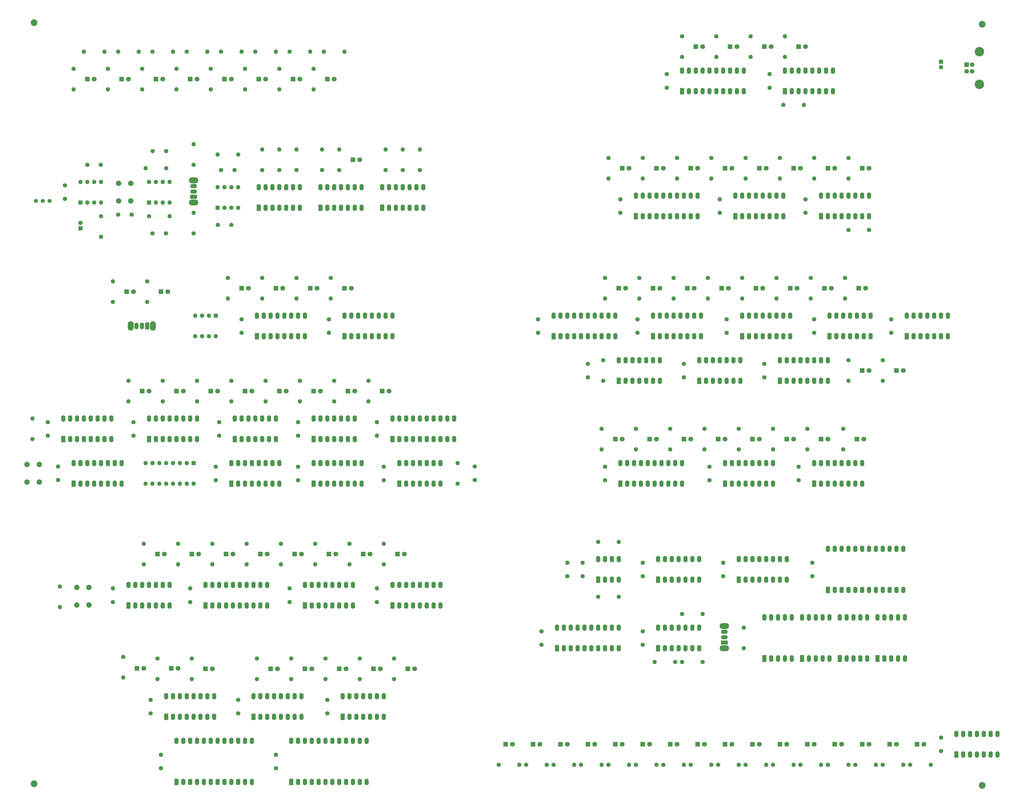
<source format=gbr>
%TF.GenerationSoftware,KiCad,Pcbnew,7.0.9*%
%TF.CreationDate,2023-12-29T18:28:01-05:00*%
%TF.ProjectId,8 Bit Computer,38204269-7420-4436-9f6d-70757465722e,rev?*%
%TF.SameCoordinates,Original*%
%TF.FileFunction,Soldermask,Bot*%
%TF.FilePolarity,Negative*%
%FSLAX46Y46*%
G04 Gerber Fmt 4.6, Leading zero omitted, Abs format (unit mm)*
G04 Created by KiCad (PCBNEW 7.0.9) date 2023-12-29 18:28:01*
%MOMM*%
%LPD*%
G01*
G04 APERTURE LIST*
%ADD10C,1.600000*%
%ADD11C,2.000000*%
%ADD12R,1.600000X1.600000*%
%ADD13R,1.800000X1.800000*%
%ADD14C,1.800000*%
%ADD15O,1.600000X1.600000*%
%ADD16C,1.524000*%
%ADD17O,3.500000X2.200000*%
%ADD18R,2.500000X1.500000*%
%ADD19O,2.500000X1.500000*%
%ADD20O,2.200000X3.500000*%
%ADD21R,1.500000X2.500000*%
%ADD22O,1.500000X2.500000*%
%ADD23R,1.600000X2.400000*%
%ADD24O,1.600000X2.400000*%
%ADD25R,1.524000X2.524000*%
%ADD26O,1.524000X2.524000*%
%ADD27C,2.500000*%
%ADD28R,1.700000X1.700000*%
%ADD29C,1.700000*%
%ADD30C,3.500000*%
G04 APERTURE END LIST*
D10*
%TO.C,C19*%
X193040000Y-130175000D03*
X188040000Y-130175000D03*
%TD*%
D11*
%TO.C,SW3*%
X151290000Y-121313000D03*
X151290000Y-114813000D03*
X155790000Y-121313000D03*
X155790000Y-114813000D03*
%TD*%
D10*
%TO.C,C4*%
X374015000Y-120730000D03*
X374015000Y-125730000D03*
%TD*%
%TO.C,C5*%
X437515000Y-165180000D03*
X437515000Y-170180000D03*
%TD*%
%TO.C,C6*%
X306705000Y-165180000D03*
X306705000Y-170180000D03*
%TD*%
%TO.C,C13*%
X139700000Y-107950000D03*
X144700000Y-107950000D03*
%TD*%
D12*
%TO.C,C14*%
X137160000Y-131445000D03*
D10*
X137160000Y-129445000D03*
%TD*%
%TO.C,C16*%
X194230000Y-109855000D03*
X189230000Y-109855000D03*
%TD*%
%TO.C,C18*%
X131445000Y-115570000D03*
X131445000Y-120570000D03*
%TD*%
%TO.C,C20*%
X196850000Y-165180000D03*
X196850000Y-170180000D03*
%TD*%
%TO.C,C27*%
X149225000Y-264875000D03*
X149225000Y-269875000D03*
%TD*%
D13*
%TO.C,D1*%
X139700000Y-76200000D03*
D14*
X142240000Y-76200000D03*
%TD*%
D13*
%TO.C,D2*%
X152400000Y-76200000D03*
D14*
X154940000Y-76200000D03*
%TD*%
D13*
%TO.C,D3*%
X165100000Y-76200000D03*
D14*
X167640000Y-76200000D03*
%TD*%
D13*
%TO.C,D4*%
X177800000Y-76200000D03*
D14*
X180340000Y-76200000D03*
%TD*%
D13*
%TO.C,D5*%
X190500000Y-76200000D03*
D14*
X193040000Y-76200000D03*
%TD*%
D13*
%TO.C,D6*%
X203200000Y-76200000D03*
D14*
X205740000Y-76200000D03*
%TD*%
D13*
%TO.C,D7*%
X215900000Y-76200000D03*
D14*
X218440000Y-76200000D03*
%TD*%
D13*
%TO.C,D8*%
X228600000Y-76200000D03*
D14*
X231140000Y-76200000D03*
%TD*%
D13*
%TO.C,D13*%
X337820000Y-109220000D03*
D14*
X340360000Y-109220000D03*
%TD*%
D13*
%TO.C,D14*%
X350520000Y-109220000D03*
D14*
X353060000Y-109220000D03*
%TD*%
D13*
%TO.C,D15*%
X363220000Y-109220000D03*
D14*
X365760000Y-109220000D03*
%TD*%
D13*
%TO.C,D16*%
X375920000Y-109220000D03*
D14*
X378460000Y-109220000D03*
%TD*%
D13*
%TO.C,D17*%
X388620000Y-109220000D03*
D14*
X391160000Y-109220000D03*
%TD*%
D13*
%TO.C,D18*%
X401320000Y-109220000D03*
D14*
X403860000Y-109220000D03*
%TD*%
D13*
%TO.C,D19*%
X414020000Y-109220000D03*
D14*
X416560000Y-109220000D03*
%TD*%
D13*
%TO.C,D20*%
X426720000Y-109220000D03*
D14*
X429260000Y-109220000D03*
%TD*%
D13*
%TO.C,D21*%
X426720000Y-184150000D03*
D14*
X429260000Y-184150000D03*
%TD*%
D13*
%TO.C,D22*%
X439420000Y-184150000D03*
D14*
X441960000Y-184150000D03*
%TD*%
D13*
%TO.C,D23*%
X336550000Y-153670000D03*
D14*
X339090000Y-153670000D03*
%TD*%
D13*
%TO.C,D24*%
X349250000Y-153670000D03*
D14*
X351790000Y-153670000D03*
%TD*%
D13*
%TO.C,D25*%
X361950000Y-153670000D03*
D14*
X364490000Y-153670000D03*
%TD*%
D13*
%TO.C,D27*%
X387350000Y-153670000D03*
D14*
X389890000Y-153670000D03*
%TD*%
D13*
%TO.C,D28*%
X400050000Y-153670000D03*
D14*
X402590000Y-153670000D03*
%TD*%
D13*
%TO.C,D29*%
X412750000Y-153670000D03*
D14*
X415290000Y-153670000D03*
%TD*%
D13*
%TO.C,D30*%
X425450000Y-153670000D03*
D14*
X427990000Y-153670000D03*
%TD*%
D13*
%TO.C,D31*%
X335280000Y-209550000D03*
D14*
X337820000Y-209550000D03*
%TD*%
D13*
%TO.C,D33*%
X360680000Y-209550000D03*
D14*
X363220000Y-209550000D03*
%TD*%
D13*
%TO.C,D34*%
X373380000Y-209550000D03*
D14*
X375920000Y-209550000D03*
%TD*%
D13*
%TO.C,D35*%
X386080000Y-209550000D03*
D14*
X388620000Y-209550000D03*
%TD*%
D13*
%TO.C,D36*%
X398780000Y-209550000D03*
D14*
X401320000Y-209550000D03*
%TD*%
D13*
%TO.C,D37*%
X411480000Y-209550000D03*
D14*
X414020000Y-209550000D03*
%TD*%
D13*
%TO.C,D38*%
X424815000Y-209550000D03*
D14*
X427355000Y-209550000D03*
%TD*%
D13*
%TO.C,D44*%
X167005000Y-154940000D03*
D14*
X169545000Y-154940000D03*
%TD*%
D13*
%TO.C,D45*%
X154305000Y-154940000D03*
D14*
X156845000Y-154940000D03*
%TD*%
D13*
%TO.C,D46*%
X165735000Y-252095000D03*
D14*
X168275000Y-252095000D03*
%TD*%
D13*
%TO.C,D47*%
X178435000Y-252095000D03*
D14*
X180975000Y-252095000D03*
%TD*%
D13*
%TO.C,D48*%
X191135000Y-252095000D03*
D14*
X193675000Y-252095000D03*
%TD*%
D13*
%TO.C,D49*%
X203835000Y-252095000D03*
D14*
X206375000Y-252095000D03*
%TD*%
D13*
%TO.C,D50*%
X216535000Y-252095000D03*
D14*
X219075000Y-252095000D03*
%TD*%
D13*
%TO.C,D51*%
X229235000Y-252095000D03*
D14*
X231775000Y-252095000D03*
%TD*%
D13*
%TO.C,D52*%
X241935000Y-252095000D03*
D14*
X244475000Y-252095000D03*
%TD*%
D10*
%TO.C,R1*%
X138430000Y-66040000D03*
D15*
X146050000Y-66040000D03*
%TD*%
D10*
%TO.C,R2*%
X151130000Y-66040000D03*
D15*
X158750000Y-66040000D03*
%TD*%
D10*
%TO.C,R3*%
X163830000Y-66040000D03*
D15*
X171450000Y-66040000D03*
%TD*%
D10*
%TO.C,R4*%
X176530000Y-66040000D03*
D15*
X184150000Y-66040000D03*
%TD*%
D10*
%TO.C,R5*%
X189230000Y-66040000D03*
D15*
X196850000Y-66040000D03*
%TD*%
D10*
%TO.C,R6*%
X201930000Y-66040000D03*
D15*
X209550000Y-66040000D03*
%TD*%
D10*
%TO.C,R7*%
X214630000Y-66040000D03*
D15*
X222250000Y-66040000D03*
%TD*%
D10*
%TO.C,R8*%
X227330000Y-66040000D03*
D15*
X234950000Y-66040000D03*
%TD*%
D10*
%TO.C,R9*%
X134620000Y-72390000D03*
D15*
X134620000Y-80010000D03*
%TD*%
D10*
%TO.C,R10*%
X147320000Y-72390000D03*
D15*
X147320000Y-80010000D03*
%TD*%
D10*
%TO.C,R11*%
X160020000Y-72390000D03*
D15*
X160020000Y-80010000D03*
%TD*%
D10*
%TO.C,R12*%
X172720000Y-72390000D03*
D15*
X172720000Y-80010000D03*
%TD*%
D10*
%TO.C,R13*%
X185420000Y-72390000D03*
D15*
X185420000Y-80010000D03*
%TD*%
D10*
%TO.C,R14*%
X198120000Y-72390000D03*
D15*
X198120000Y-80010000D03*
%TD*%
D10*
%TO.C,R15*%
X210820000Y-72390000D03*
D15*
X210820000Y-80010000D03*
%TD*%
D10*
%TO.C,R16*%
X223520000Y-72390000D03*
D15*
X223520000Y-80010000D03*
%TD*%
D10*
%TO.C,R21*%
X332740000Y-105410000D03*
D15*
X332740000Y-113030000D03*
%TD*%
D10*
%TO.C,R22*%
X345440000Y-105410000D03*
D15*
X345440000Y-113030000D03*
%TD*%
D10*
%TO.C,R23*%
X358140000Y-105410000D03*
D15*
X358140000Y-113030000D03*
%TD*%
D10*
%TO.C,R24*%
X370840000Y-105410000D03*
D15*
X370840000Y-113030000D03*
%TD*%
D10*
%TO.C,R25*%
X383540000Y-105410000D03*
D15*
X383540000Y-113030000D03*
%TD*%
D10*
%TO.C,R26*%
X396240000Y-105410000D03*
D15*
X396240000Y-113030000D03*
%TD*%
D10*
%TO.C,R27*%
X408940000Y-105410000D03*
D15*
X408940000Y-113030000D03*
%TD*%
D10*
%TO.C,R28*%
X421640000Y-105410000D03*
D15*
X421640000Y-113030000D03*
%TD*%
D10*
%TO.C,R33*%
X421640000Y-180340000D03*
D15*
X421640000Y-187960000D03*
%TD*%
D10*
%TO.C,R34*%
X434340000Y-180340000D03*
D15*
X434340000Y-187960000D03*
%TD*%
D10*
%TO.C,R35*%
X331470000Y-149860000D03*
D15*
X331470000Y-157480000D03*
%TD*%
D10*
%TO.C,R36*%
X344170000Y-149860000D03*
D15*
X344170000Y-157480000D03*
%TD*%
D10*
%TO.C,R37*%
X356870000Y-149860000D03*
D15*
X356870000Y-157480000D03*
%TD*%
D10*
%TO.C,R38*%
X369570000Y-149860000D03*
D15*
X369570000Y-157480000D03*
%TD*%
D10*
%TO.C,R39*%
X382270000Y-149860000D03*
D15*
X382270000Y-157480000D03*
%TD*%
D10*
%TO.C,R40*%
X394970000Y-149860000D03*
D15*
X394970000Y-157480000D03*
%TD*%
D10*
%TO.C,R41*%
X407670000Y-149860000D03*
D15*
X407670000Y-157480000D03*
%TD*%
D10*
%TO.C,R42*%
X420370000Y-149860000D03*
D15*
X420370000Y-157480000D03*
%TD*%
D10*
%TO.C,R43*%
X330200000Y-205740000D03*
D15*
X330200000Y-213360000D03*
%TD*%
D10*
%TO.C,R44*%
X342900000Y-205740000D03*
D15*
X342900000Y-213360000D03*
%TD*%
D10*
%TO.C,R45*%
X355600000Y-205740000D03*
D15*
X355600000Y-213360000D03*
%TD*%
D10*
%TO.C,R46*%
X368300000Y-205740000D03*
D15*
X368300000Y-213360000D03*
%TD*%
D10*
%TO.C,R47*%
X381000000Y-205740000D03*
D15*
X381000000Y-213360000D03*
%TD*%
D10*
%TO.C,R48*%
X393700000Y-205740000D03*
D15*
X393700000Y-213360000D03*
%TD*%
D10*
%TO.C,R49*%
X406400000Y-205740000D03*
D15*
X406400000Y-213360000D03*
%TD*%
D10*
%TO.C,R50*%
X419735000Y-205740000D03*
D15*
X419735000Y-213360000D03*
%TD*%
D10*
%TO.C,R53*%
X382905000Y-287020000D03*
D15*
X382905000Y-279400000D03*
%TD*%
D10*
%TO.C,R54*%
X195580000Y-104140000D03*
D15*
X187960000Y-104140000D03*
%TD*%
D10*
%TO.C,R55*%
X168910000Y-109220000D03*
D15*
X161290000Y-109220000D03*
%TD*%
D10*
%TO.C,R57*%
X144780000Y-134620000D03*
D15*
X144780000Y-127000000D03*
%TD*%
D10*
%TO.C,R58*%
X179070000Y-133350000D03*
D15*
X179070000Y-125730000D03*
%TD*%
D10*
%TO.C,R59*%
X179070000Y-107950000D03*
D15*
X179070000Y-100330000D03*
%TD*%
D10*
%TO.C,R60*%
X262890000Y-109855000D03*
D15*
X262890000Y-102235000D03*
%TD*%
D10*
%TO.C,R62*%
X256540000Y-109855000D03*
D15*
X256540000Y-102235000D03*
%TD*%
D10*
%TO.C,R63*%
X226695000Y-109855000D03*
D15*
X226695000Y-102235000D03*
%TD*%
D10*
%TO.C,R64*%
X210820000Y-109855000D03*
D15*
X210820000Y-102235000D03*
%TD*%
D10*
%TO.C,R65*%
X204470000Y-109855000D03*
D15*
X204470000Y-102235000D03*
%TD*%
D10*
%TO.C,R66*%
X217170000Y-109855000D03*
D15*
X217170000Y-102235000D03*
%TD*%
D10*
%TO.C,R67*%
X233045000Y-109855000D03*
D15*
X233045000Y-102235000D03*
%TD*%
D10*
%TO.C,R72*%
X161925000Y-151130000D03*
D15*
X161925000Y-158750000D03*
%TD*%
D10*
%TO.C,R76*%
X186055000Y-248285000D03*
D15*
X186055000Y-255905000D03*
%TD*%
D10*
%TO.C,R77*%
X198755000Y-248285000D03*
D15*
X198755000Y-255905000D03*
%TD*%
D10*
%TO.C,R78*%
X211455000Y-248285000D03*
D15*
X211455000Y-255905000D03*
%TD*%
D10*
%TO.C,R79*%
X224155000Y-248285000D03*
D15*
X224155000Y-255905000D03*
%TD*%
D10*
%TO.C,R80*%
X236855000Y-248285000D03*
D15*
X236855000Y-255905000D03*
%TD*%
D10*
%TO.C,R81*%
X249555000Y-248285000D03*
D15*
X249555000Y-255905000D03*
%TD*%
D10*
%TO.C,R91*%
X129540000Y-264160000D03*
D15*
X129540000Y-271780000D03*
%TD*%
D16*
%TO.C,RV1*%
X125730000Y-121285000D03*
X123190000Y-121285000D03*
X120650000Y-121285000D03*
%TD*%
D17*
%TO.C,SW1*%
X375729000Y-287020000D03*
X375729000Y-278820000D03*
D18*
X375729000Y-284920000D03*
D19*
X375729000Y-282920000D03*
X375729000Y-280920000D03*
%TD*%
D17*
%TO.C,SW2*%
X179070000Y-121920000D03*
X179070000Y-113720000D03*
D18*
X179070000Y-119820000D03*
D19*
X179070000Y-117820000D03*
X179070000Y-115820000D03*
%TD*%
D20*
%TO.C,SW4*%
X164025000Y-167640000D03*
X155825000Y-167640000D03*
D21*
X161925000Y-167640000D03*
D22*
X159925000Y-167640000D03*
X157925000Y-167640000D03*
%TD*%
D23*
%TO.C,U3*%
X342900000Y-127000000D03*
D24*
X345440000Y-127000000D03*
X347980000Y-127000000D03*
X350520000Y-127000000D03*
X353060000Y-127000000D03*
X355600000Y-127000000D03*
X358140000Y-127000000D03*
X360680000Y-127000000D03*
X363220000Y-127000000D03*
X365760000Y-127000000D03*
X365760000Y-119380000D03*
X363220000Y-119380000D03*
X360680000Y-119380000D03*
X358140000Y-119380000D03*
X355600000Y-119380000D03*
X353060000Y-119380000D03*
X350520000Y-119380000D03*
X347980000Y-119380000D03*
X345440000Y-119380000D03*
X342900000Y-119380000D03*
%TD*%
D23*
%TO.C,U4*%
X379730000Y-127000000D03*
D24*
X382270000Y-127000000D03*
X384810000Y-127000000D03*
X387350000Y-127000000D03*
X389890000Y-127000000D03*
X392430000Y-127000000D03*
X394970000Y-127000000D03*
X397510000Y-127000000D03*
X397510000Y-119380000D03*
X394970000Y-119380000D03*
X392430000Y-119380000D03*
X389890000Y-119380000D03*
X387350000Y-119380000D03*
X384810000Y-119380000D03*
X382270000Y-119380000D03*
X379730000Y-119380000D03*
%TD*%
D23*
%TO.C,U5*%
X411480000Y-127000000D03*
D24*
X414020000Y-127000000D03*
X416560000Y-127000000D03*
X419100000Y-127000000D03*
X421640000Y-127000000D03*
X424180000Y-127000000D03*
X426720000Y-127000000D03*
X429260000Y-127000000D03*
X429260000Y-119380000D03*
X426720000Y-119380000D03*
X424180000Y-119380000D03*
X421640000Y-119380000D03*
X419100000Y-119380000D03*
X416560000Y-119380000D03*
X414020000Y-119380000D03*
X411480000Y-119380000D03*
%TD*%
D23*
%TO.C,U7*%
X396240000Y-187960000D03*
D24*
X398780000Y-187960000D03*
X401320000Y-187960000D03*
X403860000Y-187960000D03*
X406400000Y-187960000D03*
X408940000Y-187960000D03*
X411480000Y-187960000D03*
X414020000Y-187960000D03*
X414020000Y-180340000D03*
X411480000Y-180340000D03*
X408940000Y-180340000D03*
X406400000Y-180340000D03*
X403860000Y-180340000D03*
X401320000Y-180340000D03*
X398780000Y-180340000D03*
X396240000Y-180340000D03*
%TD*%
D23*
%TO.C,U10*%
X312420000Y-171450000D03*
D24*
X314960000Y-171450000D03*
X317500000Y-171450000D03*
X320040000Y-171450000D03*
X322580000Y-171450000D03*
X325120000Y-171450000D03*
X327660000Y-171450000D03*
X330200000Y-171450000D03*
X332740000Y-171450000D03*
X335280000Y-171450000D03*
X335280000Y-163830000D03*
X332740000Y-163830000D03*
X330200000Y-163830000D03*
X327660000Y-163830000D03*
X325120000Y-163830000D03*
X322580000Y-163830000D03*
X320040000Y-163830000D03*
X317500000Y-163830000D03*
X314960000Y-163830000D03*
X312420000Y-163830000D03*
%TD*%
D23*
%TO.C,U11*%
X443230000Y-171450000D03*
D24*
X445770000Y-171450000D03*
X448310000Y-171450000D03*
X450850000Y-171450000D03*
X453390000Y-171450000D03*
X455930000Y-171450000D03*
X458470000Y-171450000D03*
X458470000Y-163830000D03*
X455930000Y-163830000D03*
X453390000Y-163830000D03*
X450850000Y-163830000D03*
X448310000Y-163830000D03*
X445770000Y-163830000D03*
X443230000Y-163830000D03*
%TD*%
D23*
%TO.C,U12*%
X382270000Y-171450000D03*
D24*
X384810000Y-171450000D03*
X387350000Y-171450000D03*
X389890000Y-171450000D03*
X392430000Y-171450000D03*
X394970000Y-171450000D03*
X397510000Y-171450000D03*
X400050000Y-171450000D03*
X400050000Y-163830000D03*
X397510000Y-163830000D03*
X394970000Y-163830000D03*
X392430000Y-163830000D03*
X389890000Y-163830000D03*
X387350000Y-163830000D03*
X384810000Y-163830000D03*
X382270000Y-163830000D03*
%TD*%
D23*
%TO.C,U13*%
X349250000Y-171450000D03*
D24*
X351790000Y-171450000D03*
X354330000Y-171450000D03*
X356870000Y-171450000D03*
X359410000Y-171450000D03*
X361950000Y-171450000D03*
X364490000Y-171450000D03*
X367030000Y-171450000D03*
X367030000Y-163830000D03*
X364490000Y-163830000D03*
X361950000Y-163830000D03*
X359410000Y-163830000D03*
X356870000Y-163830000D03*
X354330000Y-163830000D03*
X351790000Y-163830000D03*
X349250000Y-163830000D03*
%TD*%
D23*
%TO.C,U14*%
X414655000Y-171450000D03*
D24*
X417195000Y-171450000D03*
X419735000Y-171450000D03*
X422275000Y-171450000D03*
X424815000Y-171450000D03*
X427355000Y-171450000D03*
X429895000Y-171450000D03*
X429895000Y-163830000D03*
X427355000Y-163830000D03*
X424815000Y-163830000D03*
X422275000Y-163830000D03*
X419735000Y-163830000D03*
X417195000Y-163830000D03*
X414655000Y-163830000D03*
%TD*%
D23*
%TO.C,U19*%
X351155000Y-261620000D03*
D24*
X353695000Y-261620000D03*
X356235000Y-261620000D03*
X358775000Y-261620000D03*
X361315000Y-261620000D03*
X363855000Y-261620000D03*
X366395000Y-261620000D03*
X366395000Y-254000000D03*
X363855000Y-254000000D03*
X361315000Y-254000000D03*
X358775000Y-254000000D03*
X356235000Y-254000000D03*
X353695000Y-254000000D03*
X351155000Y-254000000D03*
%TD*%
D23*
%TO.C,U20*%
X313690000Y-287020000D03*
D24*
X316230000Y-287020000D03*
X318770000Y-287020000D03*
X321310000Y-287020000D03*
X323850000Y-287020000D03*
X326390000Y-287020000D03*
X328930000Y-287020000D03*
X331470000Y-287020000D03*
X334010000Y-287020000D03*
X336550000Y-287020000D03*
X336550000Y-279400000D03*
X334010000Y-279400000D03*
X331470000Y-279400000D03*
X328930000Y-279400000D03*
X326390000Y-279400000D03*
X323850000Y-279400000D03*
X321310000Y-279400000D03*
X318770000Y-279400000D03*
X316230000Y-279400000D03*
X313690000Y-279400000D03*
%TD*%
D23*
%TO.C,U21*%
X414020000Y-265430000D03*
D24*
X416560000Y-265430000D03*
X419100000Y-265430000D03*
X421640000Y-265430000D03*
X424180000Y-265430000D03*
X426720000Y-265430000D03*
X429260000Y-265430000D03*
X431800000Y-265430000D03*
X434340000Y-265430000D03*
X436880000Y-265430000D03*
X439420000Y-265430000D03*
X441960000Y-265430000D03*
X441960000Y-250190000D03*
X439420000Y-250190000D03*
X436880000Y-250190000D03*
X434340000Y-250190000D03*
X431800000Y-250190000D03*
X429260000Y-250190000D03*
X426720000Y-250190000D03*
X424180000Y-250190000D03*
X421640000Y-250190000D03*
X419100000Y-250190000D03*
X416560000Y-250190000D03*
X414020000Y-250190000D03*
%TD*%
D23*
%TO.C,U22*%
X381000000Y-261620000D03*
D24*
X383540000Y-261620000D03*
X386080000Y-261620000D03*
X388620000Y-261620000D03*
X391160000Y-261620000D03*
X393700000Y-261620000D03*
X396240000Y-261620000D03*
X398780000Y-261620000D03*
X398780000Y-254000000D03*
X396240000Y-254000000D03*
X393700000Y-254000000D03*
X391160000Y-254000000D03*
X388620000Y-254000000D03*
X386080000Y-254000000D03*
X383540000Y-254000000D03*
X381000000Y-254000000D03*
%TD*%
D25*
%TO.C,U23*%
X390525000Y-290830000D03*
D26*
X393065000Y-290830000D03*
X395605000Y-290830000D03*
X398145000Y-290830000D03*
X400685000Y-290830000D03*
X400685000Y-275590000D03*
X398145000Y-275590000D03*
X395605000Y-275590000D03*
X393065000Y-275590000D03*
X390525000Y-275590000D03*
%TD*%
D25*
%TO.C,U24*%
X404495000Y-290830000D03*
D26*
X407035000Y-290830000D03*
X409575000Y-290830000D03*
X412115000Y-290830000D03*
X414655000Y-290830000D03*
X414655000Y-275590000D03*
X412115000Y-275590000D03*
X409575000Y-275590000D03*
X407035000Y-275590000D03*
X404495000Y-275590000D03*
%TD*%
D25*
%TO.C,U25*%
X418465000Y-290830000D03*
D26*
X421005000Y-290830000D03*
X423545000Y-290830000D03*
X426085000Y-290830000D03*
X428625000Y-290830000D03*
X428625000Y-275590000D03*
X426085000Y-275590000D03*
X423545000Y-275590000D03*
X421005000Y-275590000D03*
X418465000Y-275590000D03*
%TD*%
D25*
%TO.C,U26*%
X432435000Y-290830000D03*
D26*
X434975000Y-290830000D03*
X437515000Y-290830000D03*
X440055000Y-290830000D03*
X442595000Y-290830000D03*
X442595000Y-275590000D03*
X440055000Y-275590000D03*
X437515000Y-275590000D03*
X434975000Y-275590000D03*
X432435000Y-275590000D03*
%TD*%
D12*
%TO.C,U27*%
X137160000Y-121920000D03*
D15*
X139700000Y-121920000D03*
X142240000Y-121920000D03*
X144780000Y-121920000D03*
X144780000Y-114300000D03*
X142240000Y-114300000D03*
X139700000Y-114300000D03*
X137160000Y-114300000D03*
%TD*%
D12*
%TO.C,U28*%
X162560000Y-121920000D03*
D15*
X165100000Y-121920000D03*
X167640000Y-121920000D03*
X170180000Y-121920000D03*
X170180000Y-114300000D03*
X167640000Y-114300000D03*
X165100000Y-114300000D03*
X162560000Y-114300000D03*
%TD*%
D12*
%TO.C,U29*%
X187960000Y-123825000D03*
D15*
X190500000Y-123825000D03*
X193040000Y-123825000D03*
X195580000Y-123825000D03*
X195580000Y-116205000D03*
X193040000Y-116205000D03*
X190500000Y-116205000D03*
X187960000Y-116205000D03*
%TD*%
D23*
%TO.C,U30*%
X248920000Y-123825000D03*
D24*
X251460000Y-123825000D03*
X254000000Y-123825000D03*
X256540000Y-123825000D03*
X259080000Y-123825000D03*
X261620000Y-123825000D03*
X264160000Y-123825000D03*
X264160000Y-116205000D03*
X261620000Y-116205000D03*
X259080000Y-116205000D03*
X256540000Y-116205000D03*
X254000000Y-116205000D03*
X251460000Y-116205000D03*
X248920000Y-116205000D03*
%TD*%
D23*
%TO.C,U31*%
X226060000Y-123825000D03*
D24*
X228600000Y-123825000D03*
X231140000Y-123825000D03*
X233680000Y-123825000D03*
X236220000Y-123825000D03*
X238760000Y-123825000D03*
X241300000Y-123825000D03*
X241300000Y-116205000D03*
X238760000Y-116205000D03*
X236220000Y-116205000D03*
X233680000Y-116205000D03*
X231140000Y-116205000D03*
X228600000Y-116205000D03*
X226060000Y-116205000D03*
%TD*%
D23*
%TO.C,U32*%
X203200000Y-123825000D03*
D24*
X205740000Y-123825000D03*
X208280000Y-123825000D03*
X210820000Y-123825000D03*
X213360000Y-123825000D03*
X215900000Y-123825000D03*
X218440000Y-123825000D03*
X218440000Y-116205000D03*
X215900000Y-116205000D03*
X213360000Y-116205000D03*
X210820000Y-116205000D03*
X208280000Y-116205000D03*
X205740000Y-116205000D03*
X203200000Y-116205000D03*
%TD*%
D23*
%TO.C,U33*%
X202565000Y-171450000D03*
D24*
X205105000Y-171450000D03*
X207645000Y-171450000D03*
X210185000Y-171450000D03*
X212725000Y-171450000D03*
X215265000Y-171450000D03*
X217805000Y-171450000D03*
X220345000Y-171450000D03*
X220345000Y-163830000D03*
X217805000Y-163830000D03*
X215265000Y-163830000D03*
X212725000Y-163830000D03*
X210185000Y-163830000D03*
X207645000Y-163830000D03*
X205105000Y-163830000D03*
X202565000Y-163830000D03*
%TD*%
D23*
%TO.C,U34*%
X234950000Y-171450000D03*
D24*
X237490000Y-171450000D03*
X240030000Y-171450000D03*
X242570000Y-171450000D03*
X245110000Y-171450000D03*
X247650000Y-171450000D03*
X250190000Y-171450000D03*
X252730000Y-171450000D03*
X252730000Y-163830000D03*
X250190000Y-163830000D03*
X247650000Y-163830000D03*
X245110000Y-163830000D03*
X242570000Y-163830000D03*
X240030000Y-163830000D03*
X237490000Y-163830000D03*
X234950000Y-163830000D03*
%TD*%
D23*
%TO.C,U35*%
X183515000Y-271145000D03*
D24*
X186055000Y-271145000D03*
X188595000Y-271145000D03*
X191135000Y-271145000D03*
X193675000Y-271145000D03*
X196215000Y-271145000D03*
X198755000Y-271145000D03*
X201295000Y-271145000D03*
X203835000Y-271145000D03*
X206375000Y-271145000D03*
X206375000Y-263525000D03*
X203835000Y-263525000D03*
X201295000Y-263525000D03*
X198755000Y-263525000D03*
X196215000Y-263525000D03*
X193675000Y-263525000D03*
X191135000Y-263525000D03*
X188595000Y-263525000D03*
X186055000Y-263525000D03*
X183515000Y-263525000D03*
%TD*%
D23*
%TO.C,U36*%
X220345000Y-271145000D03*
D24*
X222885000Y-271145000D03*
X225425000Y-271145000D03*
X227965000Y-271145000D03*
X230505000Y-271145000D03*
X233045000Y-271145000D03*
X235585000Y-271145000D03*
X238125000Y-271145000D03*
X238125000Y-263525000D03*
X235585000Y-263525000D03*
X233045000Y-263525000D03*
X230505000Y-263525000D03*
X227965000Y-263525000D03*
X225425000Y-263525000D03*
X222885000Y-263525000D03*
X220345000Y-263525000D03*
%TD*%
D23*
%TO.C,U37*%
X252730000Y-271145000D03*
D24*
X255270000Y-271145000D03*
X257810000Y-271145000D03*
X260350000Y-271145000D03*
X262890000Y-271145000D03*
X265430000Y-271145000D03*
X267970000Y-271145000D03*
X270510000Y-271145000D03*
X270510000Y-263525000D03*
X267970000Y-263525000D03*
X265430000Y-263525000D03*
X262890000Y-263525000D03*
X260350000Y-263525000D03*
X257810000Y-263525000D03*
X255270000Y-263525000D03*
X252730000Y-263525000D03*
%TD*%
D23*
%TO.C,U47*%
X154940000Y-271145000D03*
D24*
X157480000Y-271145000D03*
X160020000Y-271145000D03*
X162560000Y-271145000D03*
X165100000Y-271145000D03*
X167640000Y-271145000D03*
X170180000Y-271145000D03*
X170180000Y-263525000D03*
X167640000Y-263525000D03*
X165100000Y-263525000D03*
X162560000Y-263525000D03*
X160020000Y-263525000D03*
X157480000Y-263525000D03*
X154940000Y-263525000D03*
%TD*%
D13*
%TO.C,D39*%
X238125000Y-106045000D03*
D14*
X240665000Y-106045000D03*
%TD*%
D10*
%TO.C,R73*%
X149225000Y-158750000D03*
D15*
X149225000Y-151130000D03*
%TD*%
D10*
%TO.C,C21*%
X229235000Y-165180000D03*
X229235000Y-170180000D03*
%TD*%
D23*
%TO.C,U51*%
X215265000Y-336550000D03*
D24*
X217805000Y-336550000D03*
X220345000Y-336550000D03*
X222885000Y-336550000D03*
X225425000Y-336550000D03*
X227965000Y-336550000D03*
X230505000Y-336550000D03*
X233045000Y-336550000D03*
X235585000Y-336550000D03*
X238125000Y-336550000D03*
X240665000Y-336550000D03*
X243205000Y-336550000D03*
X243205000Y-321310000D03*
X240665000Y-321310000D03*
X238125000Y-321310000D03*
X235585000Y-321310000D03*
X233045000Y-321310000D03*
X230505000Y-321310000D03*
X227965000Y-321310000D03*
X225425000Y-321310000D03*
X222885000Y-321310000D03*
X220345000Y-321310000D03*
X217805000Y-321310000D03*
X215265000Y-321310000D03*
%TD*%
D11*
%TO.C,SW8*%
X140335000Y-264499000D03*
X140335000Y-270999000D03*
X135835000Y-264499000D03*
X135835000Y-270999000D03*
%TD*%
D10*
%TO.C,C11*%
X345440000Y-255350000D03*
X345440000Y-260350000D03*
%TD*%
%TO.C,R101*%
X302260000Y-330200000D03*
D15*
X309880000Y-330200000D03*
%TD*%
D10*
%TO.C,R108*%
X373380000Y-330200000D03*
D15*
X381000000Y-330200000D03*
%TD*%
D10*
%TO.C,R110*%
X393700000Y-330200000D03*
D15*
X401320000Y-330200000D03*
%TD*%
D10*
%TO.C,R115*%
X444500000Y-330200000D03*
D15*
X452120000Y-330200000D03*
%TD*%
D10*
%TO.C,R112*%
X414020000Y-330200000D03*
D15*
X421640000Y-330200000D03*
%TD*%
D10*
%TO.C,R106*%
X353060000Y-330200000D03*
D15*
X360680000Y-330200000D03*
%TD*%
D10*
%TO.C,R100*%
X292100000Y-330200000D03*
D15*
X299720000Y-330200000D03*
%TD*%
D10*
%TO.C,R111*%
X403860000Y-330200000D03*
D15*
X411480000Y-330200000D03*
%TD*%
D10*
%TO.C,R103*%
X322580000Y-330200000D03*
D15*
X330200000Y-330200000D03*
%TD*%
D10*
%TO.C,R102*%
X312420000Y-330200000D03*
D15*
X320040000Y-330200000D03*
%TD*%
D10*
%TO.C,R107*%
X363220000Y-330200000D03*
D15*
X370840000Y-330200000D03*
%TD*%
D10*
%TO.C,R104*%
X332740000Y-330200000D03*
D15*
X340360000Y-330200000D03*
%TD*%
D10*
%TO.C,R113*%
X424180000Y-330200000D03*
D15*
X431800000Y-330200000D03*
%TD*%
D10*
%TO.C,R109*%
X383540000Y-330200000D03*
D15*
X391160000Y-330200000D03*
%TD*%
D10*
%TO.C,R114*%
X434340000Y-330200000D03*
D15*
X441960000Y-330200000D03*
%TD*%
D10*
%TO.C,R105*%
X342900000Y-330200000D03*
D15*
X350520000Y-330200000D03*
%TD*%
D13*
%TO.C,D72*%
X314960000Y-322580000D03*
D14*
X317500000Y-322580000D03*
%TD*%
D13*
%TO.C,D71*%
X304800000Y-322580000D03*
D14*
X307340000Y-322580000D03*
%TD*%
D13*
%TO.C,D70*%
X294640000Y-322580000D03*
D14*
X297180000Y-322580000D03*
%TD*%
D13*
%TO.C,D73*%
X325120000Y-322580000D03*
D14*
X327660000Y-322580000D03*
%TD*%
D13*
%TO.C,D74*%
X335280000Y-322580000D03*
D14*
X337820000Y-322580000D03*
%TD*%
D13*
%TO.C,D82*%
X416560000Y-322580000D03*
D14*
X419100000Y-322580000D03*
%TD*%
D13*
%TO.C,D80*%
X396240000Y-322580000D03*
D14*
X398780000Y-322580000D03*
%TD*%
D13*
%TO.C,D85*%
X447040000Y-322580000D03*
D14*
X449580000Y-322580000D03*
%TD*%
D13*
%TO.C,D83*%
X426720000Y-322580000D03*
D14*
X429260000Y-322580000D03*
%TD*%
D13*
%TO.C,D77*%
X365760000Y-322580000D03*
D14*
X368300000Y-322580000D03*
%TD*%
D13*
%TO.C,D75*%
X345440000Y-322580000D03*
D14*
X347980000Y-322580000D03*
%TD*%
D13*
%TO.C,D79*%
X386080000Y-322580000D03*
D14*
X388620000Y-322580000D03*
%TD*%
D13*
%TO.C,D78*%
X375920000Y-322580000D03*
D14*
X378460000Y-322580000D03*
%TD*%
D13*
%TO.C,D76*%
X355600000Y-322580000D03*
D14*
X358140000Y-322580000D03*
%TD*%
D13*
%TO.C,D84*%
X436880000Y-322580000D03*
D14*
X439420000Y-322580000D03*
%TD*%
D13*
%TO.C,D81*%
X406400000Y-322580000D03*
D14*
X408940000Y-322580000D03*
%TD*%
D10*
%TO.C,R74*%
X160655000Y-248285000D03*
D15*
X160655000Y-255905000D03*
%TD*%
D10*
%TO.C,R75*%
X173355000Y-248285000D03*
D15*
X173355000Y-255905000D03*
%TD*%
D13*
%TO.C,D53*%
X254635000Y-252095000D03*
D14*
X257175000Y-252095000D03*
%TD*%
D11*
%TO.C,SW6*%
X117420000Y-225425000D03*
X117420000Y-218925000D03*
X121920000Y-225425000D03*
X121920000Y-218925000D03*
%TD*%
D12*
%TO.C,SW7*%
X179070000Y-218440000D03*
D15*
X176530000Y-218440000D03*
X173990000Y-218440000D03*
X171450000Y-218440000D03*
X168910000Y-218440000D03*
X166370000Y-218440000D03*
X163830000Y-218440000D03*
X161290000Y-218440000D03*
X161290000Y-226060000D03*
X163830000Y-226060000D03*
X166370000Y-226060000D03*
X168910000Y-226060000D03*
X171450000Y-226060000D03*
X173990000Y-226060000D03*
X176530000Y-226060000D03*
X179070000Y-226060000D03*
%TD*%
D23*
%TO.C,U46*%
X223520000Y-226060000D03*
D24*
X226060000Y-226060000D03*
X228600000Y-226060000D03*
X231140000Y-226060000D03*
X233680000Y-226060000D03*
X236220000Y-226060000D03*
X238760000Y-226060000D03*
X241300000Y-226060000D03*
X241300000Y-218440000D03*
X238760000Y-218440000D03*
X236220000Y-218440000D03*
X233680000Y-218440000D03*
X231140000Y-218440000D03*
X228600000Y-218440000D03*
X226060000Y-218440000D03*
X223520000Y-218440000D03*
%TD*%
D23*
%TO.C,U44*%
X162560000Y-209550000D03*
D24*
X165100000Y-209550000D03*
X167640000Y-209550000D03*
X170180000Y-209550000D03*
X172720000Y-209550000D03*
X175260000Y-209550000D03*
X177800000Y-209550000D03*
X180340000Y-209550000D03*
X180340000Y-201930000D03*
X177800000Y-201930000D03*
X175260000Y-201930000D03*
X172720000Y-201930000D03*
X170180000Y-201930000D03*
X167640000Y-201930000D03*
X165100000Y-201930000D03*
X162560000Y-201930000D03*
%TD*%
D23*
%TO.C,U43*%
X252730000Y-209550000D03*
D24*
X255270000Y-209550000D03*
X257810000Y-209550000D03*
X260350000Y-209550000D03*
X262890000Y-209550000D03*
X265430000Y-209550000D03*
X267970000Y-209550000D03*
X270510000Y-209550000D03*
X273050000Y-209550000D03*
X275590000Y-209550000D03*
X275590000Y-201930000D03*
X273050000Y-201930000D03*
X270510000Y-201930000D03*
X267970000Y-201930000D03*
X265430000Y-201930000D03*
X262890000Y-201930000D03*
X260350000Y-201930000D03*
X257810000Y-201930000D03*
X255270000Y-201930000D03*
X252730000Y-201930000D03*
%TD*%
D23*
%TO.C,U42*%
X255270000Y-226060000D03*
D24*
X257810000Y-226060000D03*
X260350000Y-226060000D03*
X262890000Y-226060000D03*
X265430000Y-226060000D03*
X267970000Y-226060000D03*
X270510000Y-226060000D03*
X270510000Y-218440000D03*
X267970000Y-218440000D03*
X265430000Y-218440000D03*
X262890000Y-218440000D03*
X260350000Y-218440000D03*
X257810000Y-218440000D03*
X255270000Y-218440000D03*
%TD*%
D23*
%TO.C,U41*%
X130810000Y-209550000D03*
D24*
X133350000Y-209550000D03*
X135890000Y-209550000D03*
X138430000Y-209550000D03*
X140970000Y-209550000D03*
X143510000Y-209550000D03*
X146050000Y-209550000D03*
X148590000Y-209550000D03*
X148590000Y-201930000D03*
X146050000Y-201930000D03*
X143510000Y-201930000D03*
X140970000Y-201930000D03*
X138430000Y-201930000D03*
X135890000Y-201930000D03*
X133350000Y-201930000D03*
X130810000Y-201930000D03*
%TD*%
D23*
%TO.C,U39*%
X223520000Y-209550000D03*
D24*
X226060000Y-209550000D03*
X228600000Y-209550000D03*
X231140000Y-209550000D03*
X233680000Y-209550000D03*
X236220000Y-209550000D03*
X238760000Y-209550000D03*
X238760000Y-201930000D03*
X236220000Y-201930000D03*
X233680000Y-201930000D03*
X231140000Y-201930000D03*
X228600000Y-201930000D03*
X226060000Y-201930000D03*
X223520000Y-201930000D03*
%TD*%
D23*
%TO.C,U40*%
X134620000Y-226060000D03*
D24*
X137160000Y-226060000D03*
X139700000Y-226060000D03*
X142240000Y-226060000D03*
X144780000Y-226060000D03*
X147320000Y-226060000D03*
X149860000Y-226060000D03*
X152400000Y-226060000D03*
X152400000Y-218440000D03*
X149860000Y-218440000D03*
X147320000Y-218440000D03*
X144780000Y-218440000D03*
X142240000Y-218440000D03*
X139700000Y-218440000D03*
X137160000Y-218440000D03*
X134620000Y-218440000D03*
%TD*%
D13*
%TO.C,D60*%
X236220000Y-191770000D03*
D14*
X238760000Y-191770000D03*
%TD*%
D13*
%TO.C,D58*%
X210820000Y-191770000D03*
D14*
X213360000Y-191770000D03*
%TD*%
D13*
%TO.C,D56*%
X185420000Y-191770000D03*
D14*
X187960000Y-191770000D03*
%TD*%
D13*
%TO.C,D59*%
X223520000Y-191770000D03*
D14*
X226060000Y-191770000D03*
%TD*%
D13*
%TO.C,D61*%
X248920000Y-191770000D03*
D14*
X251460000Y-191770000D03*
%TD*%
D13*
%TO.C,D57*%
X198120000Y-191770000D03*
D14*
X200660000Y-191770000D03*
%TD*%
D13*
%TO.C,D55*%
X172720000Y-191770000D03*
D14*
X175260000Y-191770000D03*
%TD*%
D13*
%TO.C,D54*%
X160020000Y-191770000D03*
D14*
X162560000Y-191770000D03*
%TD*%
D10*
%TO.C,C24*%
X283210000Y-219710000D03*
X283210000Y-224710000D03*
%TD*%
%TO.C,C25*%
X128905000Y-219710000D03*
X128905000Y-224710000D03*
%TD*%
%TO.C,C26*%
X125095000Y-203280000D03*
X125095000Y-208280000D03*
%TD*%
%TO.C,R89*%
X243840000Y-187960000D03*
D15*
X243840000Y-195580000D03*
%TD*%
D10*
%TO.C,R85*%
X193040000Y-187960000D03*
D15*
X193040000Y-195580000D03*
%TD*%
D10*
%TO.C,R86*%
X205740000Y-187960000D03*
D15*
X205740000Y-195580000D03*
%TD*%
D10*
%TO.C,R90*%
X276860000Y-226060000D03*
D15*
X276860000Y-218440000D03*
%TD*%
D10*
%TO.C,R88*%
X231140000Y-187960000D03*
D15*
X231140000Y-195580000D03*
%TD*%
D10*
%TO.C,R87*%
X218440000Y-187960000D03*
D15*
X218440000Y-195580000D03*
%TD*%
D10*
%TO.C,R83*%
X167640000Y-187960000D03*
D15*
X167640000Y-195580000D03*
%TD*%
D10*
%TO.C,R84*%
X180340000Y-187960000D03*
D15*
X180340000Y-195580000D03*
%TD*%
D10*
%TO.C,R82*%
X154940000Y-187960000D03*
D15*
X154940000Y-195580000D03*
%TD*%
D23*
%TO.C,U45*%
X193040000Y-226060000D03*
D24*
X195580000Y-226060000D03*
X198120000Y-226060000D03*
X200660000Y-226060000D03*
X203200000Y-226060000D03*
X205740000Y-226060000D03*
X208280000Y-226060000D03*
X210820000Y-226060000D03*
X210820000Y-218440000D03*
X208280000Y-218440000D03*
X205740000Y-218440000D03*
X203200000Y-218440000D03*
X200660000Y-218440000D03*
X198120000Y-218440000D03*
X195580000Y-218440000D03*
X193040000Y-218440000D03*
%TD*%
D23*
%TO.C,U1*%
X360045000Y-80645000D03*
D24*
X362585000Y-80645000D03*
X365125000Y-80645000D03*
X367665000Y-80645000D03*
X370205000Y-80645000D03*
X372745000Y-80645000D03*
X375285000Y-80645000D03*
X377825000Y-80645000D03*
X380365000Y-80645000D03*
X382905000Y-80645000D03*
X382905000Y-73025000D03*
X380365000Y-73025000D03*
X377825000Y-73025000D03*
X375285000Y-73025000D03*
X372745000Y-73025000D03*
X370205000Y-73025000D03*
X367665000Y-73025000D03*
X365125000Y-73025000D03*
X362585000Y-73025000D03*
X360045000Y-73025000D03*
%TD*%
D23*
%TO.C,U2*%
X398145000Y-80645000D03*
D24*
X400685000Y-80645000D03*
X403225000Y-80645000D03*
X405765000Y-80645000D03*
X408305000Y-80645000D03*
X410845000Y-80645000D03*
X413385000Y-80645000D03*
X415925000Y-80645000D03*
X415925000Y-73025000D03*
X413385000Y-73025000D03*
X410845000Y-73025000D03*
X408305000Y-73025000D03*
X405765000Y-73025000D03*
X403225000Y-73025000D03*
X400685000Y-73025000D03*
X398145000Y-73025000D03*
%TD*%
D13*
%TO.C,D10*%
X377825000Y-64135000D03*
D14*
X380365000Y-64135000D03*
%TD*%
D13*
%TO.C,D11*%
X390525000Y-64135000D03*
D14*
X393065000Y-64135000D03*
%TD*%
D13*
%TO.C,D12*%
X403225000Y-64135000D03*
D14*
X405765000Y-64135000D03*
%TD*%
D13*
%TO.C,D9*%
X365125000Y-64135000D03*
D14*
X367665000Y-64135000D03*
%TD*%
D10*
%TO.C,C2*%
X354330000Y-74375000D03*
X354330000Y-79375000D03*
%TD*%
%TO.C,C1*%
X392430000Y-74375000D03*
X392430000Y-79375000D03*
%TD*%
%TO.C,R20*%
X398145000Y-60325000D03*
D15*
X398145000Y-67945000D03*
%TD*%
D10*
%TO.C,R19*%
X385445000Y-60325000D03*
D15*
X385445000Y-67945000D03*
%TD*%
D10*
%TO.C,R17*%
X360045000Y-60325000D03*
D15*
X360045000Y-67945000D03*
%TD*%
D10*
%TO.C,R18*%
X372745000Y-60325000D03*
D15*
X372745000Y-67945000D03*
%TD*%
D12*
%TO.C,SW5*%
X187325000Y-163830000D03*
D15*
X184785000Y-163830000D03*
X182245000Y-163830000D03*
X179705000Y-163830000D03*
X179705000Y-171450000D03*
X182245000Y-171450000D03*
X184785000Y-171450000D03*
X187325000Y-171450000D03*
%TD*%
D10*
%TO.C,R71*%
X229870000Y-149860000D03*
D15*
X229870000Y-157480000D03*
%TD*%
D10*
%TO.C,R70*%
X217170000Y-149860000D03*
D15*
X217170000Y-157480000D03*
%TD*%
D10*
%TO.C,R69*%
X204470000Y-149860000D03*
D15*
X204470000Y-157480000D03*
%TD*%
D13*
%TO.C,D41*%
X209550000Y-153670000D03*
D14*
X212090000Y-153670000D03*
%TD*%
D13*
%TO.C,D40*%
X196850000Y-153670000D03*
D14*
X199390000Y-153670000D03*
%TD*%
D13*
%TO.C,D42*%
X222250000Y-153670000D03*
D14*
X224790000Y-153670000D03*
%TD*%
D13*
%TO.C,D43*%
X234950000Y-153670000D03*
D14*
X237490000Y-153670000D03*
%TD*%
D10*
%TO.C,R68*%
X191770000Y-149860000D03*
D15*
X191770000Y-157480000D03*
%TD*%
D13*
%TO.C,D32*%
X347980000Y-209550000D03*
D14*
X350520000Y-209550000D03*
%TD*%
D10*
%TO.C,C3*%
X337185000Y-120730000D03*
X337185000Y-125730000D03*
%TD*%
D23*
%TO.C,U17*%
X408940000Y-226060000D03*
D24*
X411480000Y-226060000D03*
X414020000Y-226060000D03*
X416560000Y-226060000D03*
X419100000Y-226060000D03*
X421640000Y-226060000D03*
X424180000Y-226060000D03*
X426720000Y-226060000D03*
X426720000Y-218440000D03*
X424180000Y-218440000D03*
X421640000Y-218440000D03*
X419100000Y-218440000D03*
X416560000Y-218440000D03*
X414020000Y-218440000D03*
X411480000Y-218440000D03*
X408940000Y-218440000D03*
%TD*%
D23*
%TO.C,U16*%
X375920000Y-226060000D03*
D24*
X378460000Y-226060000D03*
X381000000Y-226060000D03*
X383540000Y-226060000D03*
X386080000Y-226060000D03*
X388620000Y-226060000D03*
X391160000Y-226060000D03*
X393700000Y-226060000D03*
X393700000Y-218440000D03*
X391160000Y-218440000D03*
X388620000Y-218440000D03*
X386080000Y-218440000D03*
X383540000Y-218440000D03*
X381000000Y-218440000D03*
X378460000Y-218440000D03*
X375920000Y-218440000D03*
%TD*%
D23*
%TO.C,U15*%
X337185000Y-226060000D03*
D24*
X339725000Y-226060000D03*
X342265000Y-226060000D03*
X344805000Y-226060000D03*
X347345000Y-226060000D03*
X349885000Y-226060000D03*
X352425000Y-226060000D03*
X354965000Y-226060000D03*
X357505000Y-226060000D03*
X360045000Y-226060000D03*
X360045000Y-218440000D03*
X357505000Y-218440000D03*
X354965000Y-218440000D03*
X352425000Y-218440000D03*
X349885000Y-218440000D03*
X347345000Y-218440000D03*
X344805000Y-218440000D03*
X342265000Y-218440000D03*
X339725000Y-218440000D03*
X337185000Y-218440000D03*
%TD*%
D10*
%TO.C,C8*%
X403225000Y-219790000D03*
X403225000Y-224790000D03*
%TD*%
%TO.C,C7*%
X331470000Y-219790000D03*
X331470000Y-224790000D03*
%TD*%
D13*
%TO.C,D26*%
X374650000Y-153670000D03*
D14*
X377190000Y-153670000D03*
%TD*%
D10*
%TO.C,R61*%
X250190000Y-109855000D03*
D15*
X250190000Y-102235000D03*
%TD*%
D10*
%TO.C,C17*%
X168910000Y-102870000D03*
X163910000Y-102870000D03*
%TD*%
%TO.C,R99*%
X153035000Y-290195000D03*
D15*
X153035000Y-297815000D03*
%TD*%
D10*
%TO.C,R98*%
X165735000Y-290830000D03*
D15*
X165735000Y-298450000D03*
%TD*%
D10*
%TO.C,R97*%
X178435000Y-290830000D03*
D15*
X178435000Y-298450000D03*
%TD*%
D23*
%TO.C,U48*%
X168910000Y-312420000D03*
D24*
X171450000Y-312420000D03*
X173990000Y-312420000D03*
X176530000Y-312420000D03*
X179070000Y-312420000D03*
X181610000Y-312420000D03*
X184150000Y-312420000D03*
X186690000Y-312420000D03*
X186690000Y-304800000D03*
X184150000Y-304800000D03*
X181610000Y-304800000D03*
X179070000Y-304800000D03*
X176530000Y-304800000D03*
X173990000Y-304800000D03*
X171450000Y-304800000D03*
X168910000Y-304800000D03*
%TD*%
D23*
%TO.C,U50*%
X172720000Y-336550000D03*
D24*
X175260000Y-336550000D03*
X177800000Y-336550000D03*
X180340000Y-336550000D03*
X182880000Y-336550000D03*
X185420000Y-336550000D03*
X187960000Y-336550000D03*
X190500000Y-336550000D03*
X193040000Y-336550000D03*
X195580000Y-336550000D03*
X198120000Y-336550000D03*
X200660000Y-336550000D03*
X200660000Y-321310000D03*
X198120000Y-321310000D03*
X195580000Y-321310000D03*
X193040000Y-321310000D03*
X190500000Y-321310000D03*
X187960000Y-321310000D03*
X185420000Y-321310000D03*
X182880000Y-321310000D03*
X180340000Y-321310000D03*
X177800000Y-321310000D03*
X175260000Y-321310000D03*
X172720000Y-321310000D03*
%TD*%
D23*
%TO.C,U49*%
X201295000Y-312420000D03*
D24*
X203835000Y-312420000D03*
X206375000Y-312420000D03*
X208915000Y-312420000D03*
X211455000Y-312420000D03*
X213995000Y-312420000D03*
X216535000Y-312420000D03*
X219075000Y-312420000D03*
X219075000Y-304800000D03*
X216535000Y-304800000D03*
X213995000Y-304800000D03*
X211455000Y-304800000D03*
X208915000Y-304800000D03*
X206375000Y-304800000D03*
X203835000Y-304800000D03*
X201295000Y-304800000D03*
%TD*%
D23*
%TO.C,U52*%
X234315000Y-312420000D03*
D24*
X236855000Y-312420000D03*
X239395000Y-312420000D03*
X241935000Y-312420000D03*
X244475000Y-312420000D03*
X247015000Y-312420000D03*
X249555000Y-312420000D03*
X249555000Y-304800000D03*
X247015000Y-304800000D03*
X244475000Y-304800000D03*
X241935000Y-304800000D03*
X239395000Y-304800000D03*
X236855000Y-304800000D03*
X234315000Y-304800000D03*
%TD*%
D13*
%TO.C,D62*%
X258445000Y-294640000D03*
D14*
X260985000Y-294640000D03*
%TD*%
D13*
%TO.C,D63*%
X245745000Y-294640000D03*
D14*
X248285000Y-294640000D03*
%TD*%
D13*
%TO.C,D69*%
X158115000Y-294448000D03*
D14*
X160655000Y-294448000D03*
%TD*%
D13*
%TO.C,D67*%
X183515000Y-294640000D03*
D14*
X186055000Y-294640000D03*
%TD*%
D13*
%TO.C,D64*%
X233045000Y-294640000D03*
D14*
X235585000Y-294640000D03*
%TD*%
D13*
%TO.C,D66*%
X207645000Y-294640000D03*
D14*
X210185000Y-294640000D03*
%TD*%
D13*
%TO.C,D68*%
X170815000Y-294448000D03*
D14*
X173355000Y-294448000D03*
%TD*%
D10*
%TO.C,R96*%
X253365000Y-290830000D03*
D15*
X253365000Y-298450000D03*
%TD*%
D10*
%TO.C,R95*%
X240665000Y-290830000D03*
D15*
X240665000Y-298450000D03*
%TD*%
D10*
%TO.C,R94*%
X227965000Y-290830000D03*
D15*
X227965000Y-298450000D03*
%TD*%
D10*
%TO.C,R93*%
X215265000Y-290830000D03*
D15*
X215265000Y-298450000D03*
%TD*%
D10*
%TO.C,R92*%
X202565000Y-290830000D03*
D15*
X202565000Y-298450000D03*
%TD*%
D10*
%TO.C,R29*%
X330835000Y-180340000D03*
D15*
X330835000Y-187960000D03*
%TD*%
D10*
%TO.C,R30*%
X367665000Y-292100000D03*
D15*
X360045000Y-292100000D03*
%TD*%
D10*
%TO.C,R31*%
X360045000Y-274320000D03*
D15*
X367665000Y-274320000D03*
%TD*%
D10*
%TO.C,R32*%
X357505000Y-292100000D03*
D15*
X349885000Y-292100000D03*
%TD*%
D23*
%TO.C,U6*%
X351155000Y-287020000D03*
D24*
X353695000Y-287020000D03*
X356235000Y-287020000D03*
X358775000Y-287020000D03*
X361315000Y-287020000D03*
X363855000Y-287020000D03*
X366395000Y-287020000D03*
X366395000Y-279400000D03*
X363855000Y-279400000D03*
X361315000Y-279400000D03*
X358775000Y-279400000D03*
X356235000Y-279400000D03*
X353695000Y-279400000D03*
X351155000Y-279400000D03*
%TD*%
D23*
%TO.C,U8*%
X336550000Y-187960000D03*
D24*
X339090000Y-187960000D03*
X341630000Y-187960000D03*
X344170000Y-187960000D03*
X346710000Y-187960000D03*
X349250000Y-187960000D03*
X351790000Y-187960000D03*
X351790000Y-180340000D03*
X349250000Y-180340000D03*
X346710000Y-180340000D03*
X344170000Y-180340000D03*
X341630000Y-180340000D03*
X339090000Y-180340000D03*
X336550000Y-180340000D03*
%TD*%
D10*
%TO.C,R116*%
X397510000Y-85725000D03*
D15*
X405130000Y-85725000D03*
%TD*%
D10*
%TO.C,R117*%
X421640000Y-132080000D03*
D15*
X429260000Y-132080000D03*
%TD*%
D10*
%TO.C,C22*%
X405765000Y-120730000D03*
X405765000Y-125730000D03*
%TD*%
%TO.C,C29*%
X376555000Y-165180000D03*
X376555000Y-170180000D03*
%TD*%
%TO.C,C30*%
X390525000Y-181690000D03*
X390525000Y-186690000D03*
%TD*%
%TO.C,C31*%
X343535000Y-165180000D03*
X343535000Y-170180000D03*
%TD*%
%TO.C,C32*%
X325120000Y-181690000D03*
X325120000Y-186690000D03*
%TD*%
%TO.C,C33*%
X360680000Y-181690000D03*
X360680000Y-186690000D03*
%TD*%
%TO.C,C34*%
X370205000Y-219790000D03*
X370205000Y-224790000D03*
%TD*%
%TO.C,C35*%
X345440000Y-280750000D03*
X345440000Y-285750000D03*
%TD*%
%TO.C,C36*%
X307975000Y-280750000D03*
X307975000Y-285750000D03*
%TD*%
%TO.C,C37*%
X408305000Y-255350000D03*
X408305000Y-260350000D03*
%TD*%
%TO.C,C38*%
X177800000Y-264875000D03*
X177800000Y-269875000D03*
%TD*%
%TO.C,C39*%
X247015000Y-264875000D03*
X247015000Y-269875000D03*
%TD*%
%TO.C,C41*%
X156845000Y-203280000D03*
X156845000Y-208280000D03*
%TD*%
%TO.C,C42*%
X188595000Y-203280000D03*
X188595000Y-208280000D03*
%TD*%
%TO.C,C43*%
X217805000Y-203280000D03*
X217805000Y-208280000D03*
%TD*%
%TO.C,C44*%
X187325000Y-219790000D03*
X187325000Y-224790000D03*
%TD*%
%TO.C,C45*%
X217805000Y-219790000D03*
X217805000Y-224790000D03*
%TD*%
%TO.C,C46*%
X247015000Y-203280000D03*
X247015000Y-208280000D03*
%TD*%
%TO.C,C47*%
X249555000Y-219790000D03*
X249555000Y-224790000D03*
%TD*%
%TO.C,C48*%
X163195000Y-306150000D03*
X163195000Y-311150000D03*
%TD*%
%TO.C,C49*%
X195580000Y-306150000D03*
X195580000Y-311150000D03*
%TD*%
%TO.C,C50*%
X228600000Y-306150000D03*
X228600000Y-311150000D03*
%TD*%
%TO.C,C51*%
X167005000Y-326470000D03*
X167005000Y-331470000D03*
%TD*%
%TO.C,C52*%
X209550000Y-326470000D03*
X209550000Y-331470000D03*
%TD*%
D23*
%TO.C,U9*%
X366395000Y-187960000D03*
D24*
X368935000Y-187960000D03*
X371475000Y-187960000D03*
X374015000Y-187960000D03*
X376555000Y-187960000D03*
X379095000Y-187960000D03*
X381635000Y-187960000D03*
X381635000Y-180340000D03*
X379095000Y-180340000D03*
X376555000Y-180340000D03*
X374015000Y-180340000D03*
X371475000Y-180340000D03*
X368935000Y-180340000D03*
X366395000Y-180340000D03*
%TD*%
D23*
%TO.C,U38*%
X194310000Y-209550000D03*
D24*
X196850000Y-209550000D03*
X199390000Y-209550000D03*
X201930000Y-209550000D03*
X204470000Y-209550000D03*
X207010000Y-209550000D03*
X209550000Y-209550000D03*
X209550000Y-201930000D03*
X207010000Y-201930000D03*
X204470000Y-201930000D03*
X201930000Y-201930000D03*
X199390000Y-201930000D03*
X196850000Y-201930000D03*
X194310000Y-201930000D03*
%TD*%
D10*
%TO.C,C23*%
X408940000Y-165180000D03*
X408940000Y-170180000D03*
%TD*%
%TO.C,C9*%
X323215000Y-255350000D03*
X323215000Y-260350000D03*
%TD*%
%TO.C,C10*%
X317500000Y-255350000D03*
X317500000Y-260350000D03*
%TD*%
%TO.C,R52*%
X328930000Y-267970000D03*
D15*
X336550000Y-267970000D03*
%TD*%
D10*
%TO.C,R51*%
X328930000Y-247650000D03*
D15*
X336550000Y-247650000D03*
%TD*%
D23*
%TO.C,U18*%
X328930000Y-261620000D03*
D24*
X331470000Y-261620000D03*
X334010000Y-261620000D03*
X336550000Y-261620000D03*
X336550000Y-254000000D03*
X334010000Y-254000000D03*
X331470000Y-254000000D03*
X328930000Y-254000000D03*
%TD*%
D27*
%TO.C,REF\u002A\u002A*%
X120015000Y-55245000D03*
%TD*%
%TO.C,REF\u002A\u002A*%
X120015000Y-337185000D03*
%TD*%
%TO.C,REF\u002A\u002A*%
X471170000Y-337820000D03*
%TD*%
%TO.C,REF\u002A\u002A*%
X471170000Y-55880000D03*
%TD*%
D10*
%TO.C,C28*%
X214630000Y-264875000D03*
X214630000Y-269875000D03*
%TD*%
D12*
%TO.C,C54*%
X455930000Y-69755000D03*
D10*
X455930000Y-71755000D03*
%TD*%
D28*
%TO.C,J1*%
X465455000Y-70835000D03*
D29*
X465455000Y-73335000D03*
X467455000Y-73335000D03*
X467455000Y-70835000D03*
D30*
X470165000Y-66065000D03*
X470165000Y-78105000D03*
%TD*%
D10*
%TO.C,C53*%
X151130000Y-126365000D03*
X156130000Y-126365000D03*
%TD*%
%TO.C,C40*%
X455930000Y-320120000D03*
X455930000Y-325120000D03*
%TD*%
D23*
%TO.C,U53*%
X461645000Y-326390000D03*
D24*
X464185000Y-326390000D03*
X466725000Y-326390000D03*
X469265000Y-326390000D03*
X471805000Y-326390000D03*
X474345000Y-326390000D03*
X476885000Y-326390000D03*
X476885000Y-318770000D03*
X474345000Y-318770000D03*
X471805000Y-318770000D03*
X469265000Y-318770000D03*
X466725000Y-318770000D03*
X464185000Y-318770000D03*
X461645000Y-318770000D03*
%TD*%
D13*
%TO.C,D65*%
X220345000Y-294640000D03*
D14*
X222885000Y-294640000D03*
%TD*%
D10*
%TO.C,C12*%
X375285000Y-255350000D03*
X375285000Y-260350000D03*
%TD*%
%TO.C,R56*%
X162560000Y-127000000D03*
D15*
X170180000Y-127000000D03*
%TD*%
D10*
%TO.C,C15*%
X163830000Y-133350000D03*
X168830000Y-133350000D03*
%TD*%
%TO.C,R118*%
X119380000Y-209550000D03*
D15*
X119380000Y-201930000D03*
%TD*%
M02*

</source>
